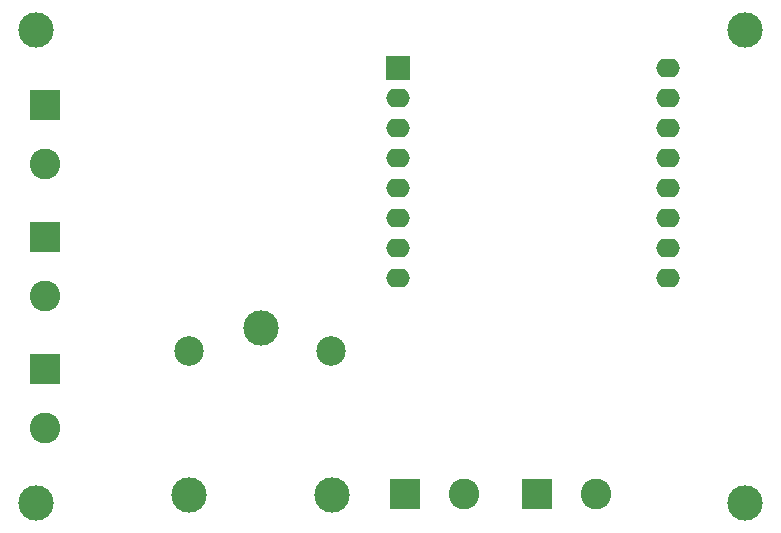
<source format=gbr>
%TF.GenerationSoftware,KiCad,Pcbnew,8.0.4-8.0.4-0~ubuntu22.04.1*%
%TF.CreationDate,2024-08-18T10:29:15-05:00*%
%TF.ProjectId,Doorbell with External ESP8266,446f6f72-6265-46c6-9c20-776974682045,v1.1*%
%TF.SameCoordinates,Original*%
%TF.FileFunction,Soldermask,Bot*%
%TF.FilePolarity,Negative*%
%FSLAX46Y46*%
G04 Gerber Fmt 4.6, Leading zero omitted, Abs format (unit mm)*
G04 Created by KiCad (PCBNEW 8.0.4-8.0.4-0~ubuntu22.04.1) date 2024-08-18 10:29:15*
%MOMM*%
%LPD*%
G01*
G04 APERTURE LIST*
%ADD10C,3.000000*%
%ADD11R,2.600000X2.600000*%
%ADD12C,2.600000*%
%ADD13R,2.000000X2.000000*%
%ADD14O,2.000000X1.600000*%
%ADD15C,2.500000*%
G04 APERTURE END LIST*
D10*
%TO.C,H104*%
X85000000Y-65000000D03*
%TD*%
D11*
%TO.C,J102*%
X25705000Y-42500000D03*
D12*
X25705000Y-47500000D03*
%TD*%
D11*
%TO.C,J105*%
X67400000Y-64300000D03*
D12*
X72400000Y-64300000D03*
%TD*%
D10*
%TO.C,H102*%
X85000000Y-25000000D03*
%TD*%
%TO.C,H101*%
X25000000Y-25000000D03*
%TD*%
D11*
%TO.C,J104*%
X56200000Y-64300000D03*
D12*
X61200000Y-64300000D03*
%TD*%
D13*
%TO.C,U101*%
X55640000Y-28200000D03*
D14*
X55640000Y-30740000D03*
X55640000Y-33280000D03*
X55640000Y-35820000D03*
X55640000Y-38360000D03*
X55640000Y-40900000D03*
X55640000Y-43440000D03*
X55640000Y-45980000D03*
X78500000Y-45980000D03*
X78500000Y-43440000D03*
X78500000Y-40900000D03*
X78500000Y-38360000D03*
X78500000Y-35820000D03*
X78500000Y-33280000D03*
X78500000Y-30740000D03*
X78500000Y-28200000D03*
%TD*%
D11*
%TO.C,J103*%
X25705000Y-53700000D03*
D12*
X25705000Y-58700000D03*
%TD*%
D11*
%TO.C,J101*%
X25705000Y-31300000D03*
D12*
X25705000Y-36300000D03*
%TD*%
D10*
%TO.C,K101*%
X44000000Y-50200000D03*
D15*
X37950000Y-52150000D03*
D10*
X37950000Y-64350000D03*
X50000000Y-64400000D03*
D15*
X49950000Y-52150000D03*
%TD*%
D10*
%TO.C,H103*%
X25000000Y-65000000D03*
%TD*%
M02*

</source>
